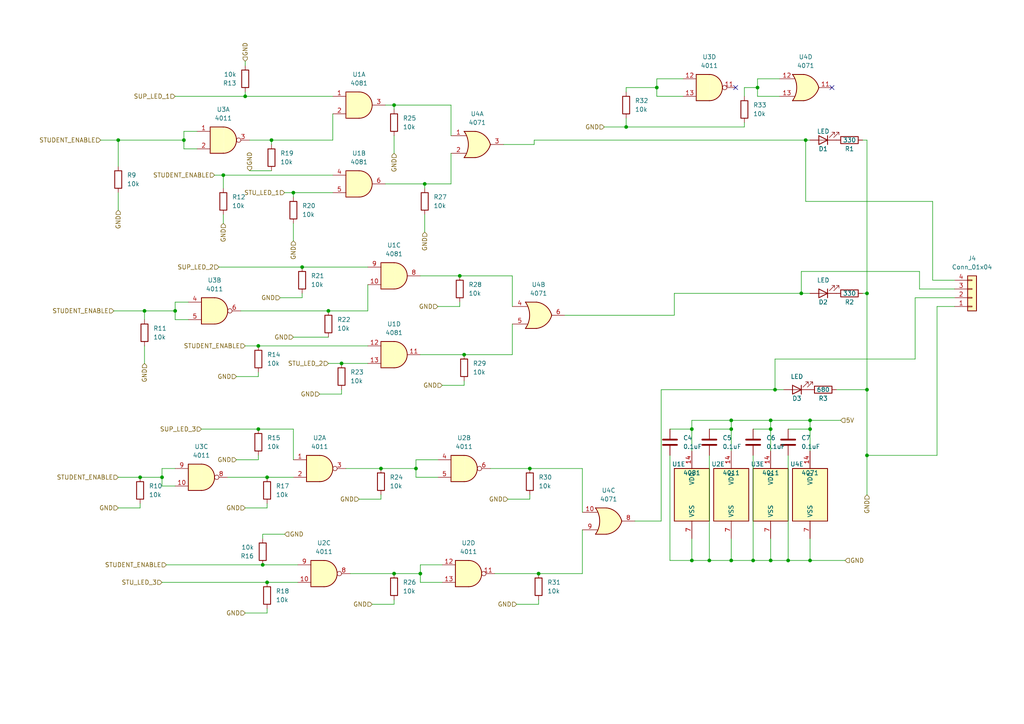
<source format=kicad_sch>
(kicad_sch (version 20211123) (generator eeschema)
  (paper "A4")
  (junction (at 205.74 162.56))
  (junction (at 87.63 77.47))
  (junction (at 234.95 121.92))
  (junction (at 200.66 124.46))
  (junction (at 74.93 124.46))
  (junction (at 76.2 163.83))
  (junction (at 153.67 135.89))
  (junction (at 64.77 50.8))
  (junction (at 181.61 36.83))
  (junction (at 212.09 124.46))
  (junction (at 212.09 162.56))
  (junction (at 133.35 80.01))
  (junction (at 123.19 53.34))
  (junction (at 223.52 162.56))
  (junction (at 40.64 138.43))
  (junction (at 78.74 40.64))
  (junction (at 190.5 25.4))
  (junction (at 71.12 27.94))
  (junction (at 251.46 85.09))
  (junction (at 77.47 138.43))
  (junction (at 234.95 162.56))
  (junction (at 120.65 135.89))
  (junction (at 99.06 105.41))
  (junction (at 219.71 25.4))
  (junction (at 223.52 124.46))
  (junction (at 53.34 40.64))
  (junction (at 200.66 162.56))
  (junction (at 251.46 113.03))
  (junction (at 224.79 113.03))
  (junction (at 46.99 138.43))
  (junction (at 233.68 40.64))
  (junction (at 234.95 124.46))
  (junction (at 41.91 90.17))
  (junction (at 85.09 55.88))
  (junction (at 156.21 166.37))
  (junction (at 223.52 121.92))
  (junction (at 114.3 30.48))
  (junction (at 212.09 121.92))
  (junction (at 34.29 40.64))
  (junction (at 50.8 90.17))
  (junction (at 232.41 85.09))
  (junction (at 95.25 90.17))
  (junction (at 114.3 166.37))
  (junction (at 218.44 162.56))
  (junction (at 77.47 168.91))
  (junction (at 121.92 166.37))
  (junction (at 134.62 102.87))
  (junction (at 251.46 132.08))
  (junction (at 74.93 100.33))
  (junction (at 228.6 162.56))
  (junction (at 110.49 135.89))
  (no_connect (at 241.3 25.4))
  (no_connect (at 213.36 25.4))
  (wire (pts (xy 50.8 27.94) (xy 71.12 27.94)))
  (wire (pts (xy 76.2 156.21) (xy 76.2 154.94)))
  (wire (pts (xy 181.61 36.83) (xy 215.9 36.83)))
  (wire (pts (xy 99.06 105.41) (xy 106.68 105.41)))
  (wire (pts (xy 62.23 50.8) (xy 64.77 50.8)))
  (wire (pts (xy 81.28 86.36) (xy 87.63 86.36)))
  (wire (pts (xy 215.9 27.94) (xy 215.9 25.4)))
  (wire (pts (xy 34.29 40.64) (xy 53.34 40.64)))
  (wire (pts (xy 200.66 162.56) (xy 200.66 156.21)))
  (wire (pts (xy 95.25 90.17) (xy 106.68 90.17)))
  (wire (pts (xy 123.19 53.34) (xy 123.19 54.61)))
  (wire (pts (xy 218.44 162.56) (xy 223.52 162.56)))
  (wire (pts (xy 219.71 25.4) (xy 219.71 27.94)))
  (wire (pts (xy 134.62 110.49) (xy 134.62 111.76)))
  (wire (pts (xy 128.27 111.76) (xy 134.62 111.76)))
  (wire (pts (xy 34.29 40.64) (xy 34.29 48.26)))
  (wire (pts (xy 223.52 124.46) (xy 223.52 130.81)))
  (wire (pts (xy 114.3 166.37) (xy 121.92 166.37)))
  (wire (pts (xy 215.9 25.4) (xy 219.71 25.4)))
  (wire (pts (xy 85.09 55.88) (xy 85.09 57.15)))
  (wire (pts (xy 95.25 105.41) (xy 99.06 105.41)))
  (wire (pts (xy 181.61 26.67) (xy 181.61 25.4)))
  (wire (pts (xy 123.19 67.31) (xy 123.19 62.23)))
  (wire (pts (xy 130.81 53.34) (xy 130.81 44.45)))
  (wire (pts (xy 251.46 40.64) (xy 251.46 85.09)))
  (wire (pts (xy 85.09 69.85) (xy 85.09 64.77)))
  (wire (pts (xy 265.43 86.36) (xy 265.43 104.14)))
  (wire (pts (xy 234.95 121.92) (xy 234.95 124.46)))
  (wire (pts (xy 148.59 80.01) (xy 148.59 88.9)))
  (wire (pts (xy 85.09 55.88) (xy 96.52 55.88)))
  (wire (pts (xy 53.34 38.1) (xy 53.34 40.64)))
  (wire (pts (xy 251.46 85.09) (xy 251.46 113.03)))
  (wire (pts (xy 194.31 132.08) (xy 194.31 162.56)))
  (wire (pts (xy 190.5 27.94) (xy 198.12 27.94)))
  (wire (pts (xy 234.95 121.92) (xy 243.84 121.92)))
  (wire (pts (xy 110.49 135.89) (xy 120.65 135.89)))
  (wire (pts (xy 64.77 64.77) (xy 64.77 62.23)))
  (wire (pts (xy 121.92 163.83) (xy 121.92 166.37)))
  (wire (pts (xy 111.76 53.34) (xy 123.19 53.34)))
  (wire (pts (xy 218.44 132.08) (xy 218.44 162.56)))
  (wire (pts (xy 85.09 97.79) (xy 95.25 97.79)))
  (wire (pts (xy 76.2 163.83) (xy 86.36 163.83)))
  (wire (pts (xy 71.12 147.32) (xy 77.47 147.32)))
  (wire (pts (xy 130.81 30.48) (xy 130.81 39.37)))
  (wire (pts (xy 181.61 34.29) (xy 181.61 36.83)))
  (wire (pts (xy 228.6 162.56) (xy 234.95 162.56)))
  (wire (pts (xy 34.29 60.96) (xy 34.29 55.88)))
  (wire (pts (xy 233.68 58.42) (xy 233.68 40.64)))
  (wire (pts (xy 85.09 124.46) (xy 85.09 133.35)))
  (wire (pts (xy 276.86 83.82) (xy 266.7 83.82)))
  (wire (pts (xy 191.77 113.03) (xy 224.79 113.03)))
  (wire (pts (xy 266.7 83.82) (xy 266.7 78.74)))
  (wire (pts (xy 110.49 143.51) (xy 110.49 144.78)))
  (wire (pts (xy 128.27 163.83) (xy 121.92 163.83)))
  (wire (pts (xy 200.66 121.92) (xy 212.09 121.92)))
  (wire (pts (xy 234.95 156.21) (xy 234.95 162.56)))
  (wire (pts (xy 48.26 163.83) (xy 76.2 163.83)))
  (wire (pts (xy 106.68 90.17) (xy 106.68 82.55)))
  (wire (pts (xy 147.32 144.78) (xy 153.67 144.78)))
  (wire (pts (xy 143.51 166.37) (xy 156.21 166.37)))
  (wire (pts (xy 265.43 104.14) (xy 224.79 104.14)))
  (wire (pts (xy 223.52 162.56) (xy 228.6 162.56)))
  (wire (pts (xy 251.46 132.08) (xy 271.78 132.08)))
  (wire (pts (xy 232.41 78.74) (xy 232.41 85.09)))
  (wire (pts (xy 190.5 25.4) (xy 190.5 27.94)))
  (wire (pts (xy 107.95 175.26) (xy 114.3 175.26)))
  (wire (pts (xy 195.58 85.09) (xy 195.58 91.44)))
  (wire (pts (xy 50.8 87.63) (xy 50.8 90.17)))
  (wire (pts (xy 242.57 113.03) (xy 251.46 113.03)))
  (wire (pts (xy 66.04 138.43) (xy 77.47 138.43)))
  (wire (pts (xy 114.3 44.45) (xy 114.3 39.37)))
  (wire (pts (xy 74.93 132.08) (xy 74.93 133.35)))
  (wire (pts (xy 154.94 40.64) (xy 233.68 40.64)))
  (wire (pts (xy 195.58 91.44) (xy 163.83 91.44)))
  (wire (pts (xy 74.93 124.46) (xy 85.09 124.46)))
  (wire (pts (xy 114.3 30.48) (xy 114.3 31.75)))
  (wire (pts (xy 194.31 162.56) (xy 200.66 162.56)))
  (wire (pts (xy 224.79 104.14) (xy 224.79 113.03)))
  (wire (pts (xy 121.92 168.91) (xy 128.27 168.91)))
  (wire (pts (xy 149.86 175.26) (xy 156.21 175.26)))
  (wire (pts (xy 40.64 138.43) (xy 46.99 138.43)))
  (wire (pts (xy 142.24 135.89) (xy 153.67 135.89)))
  (wire (pts (xy 223.52 156.21) (xy 223.52 162.56)))
  (wire (pts (xy 99.06 113.03) (xy 99.06 114.3)))
  (wire (pts (xy 168.91 135.89) (xy 168.91 148.59)))
  (wire (pts (xy 96.52 40.64) (xy 96.52 33.02)))
  (wire (pts (xy 148.59 102.87) (xy 148.59 93.98)))
  (wire (pts (xy 78.74 40.64) (xy 78.74 41.91)))
  (wire (pts (xy 104.14 144.78) (xy 110.49 144.78)))
  (wire (pts (xy 68.58 133.35) (xy 74.93 133.35)))
  (wire (pts (xy 212.09 121.92) (xy 212.09 124.46)))
  (wire (pts (xy 87.63 77.47) (xy 106.68 77.47)))
  (wire (pts (xy 127 88.9) (xy 133.35 88.9)))
  (wire (pts (xy 234.95 124.46) (xy 234.95 130.81)))
  (wire (pts (xy 219.71 27.94) (xy 226.06 27.94)))
  (wire (pts (xy 223.52 121.92) (xy 234.95 121.92)))
  (wire (pts (xy 34.29 147.32) (xy 40.64 147.32)))
  (wire (pts (xy 121.92 80.01) (xy 133.35 80.01)))
  (wire (pts (xy 54.61 87.63) (xy 50.8 87.63)))
  (wire (pts (xy 198.12 22.86) (xy 190.5 22.86)))
  (wire (pts (xy 218.44 124.46) (xy 223.52 124.46)))
  (wire (pts (xy 29.21 40.64) (xy 34.29 40.64)))
  (wire (pts (xy 64.77 50.8) (xy 64.77 54.61)))
  (wire (pts (xy 87.63 85.09) (xy 87.63 86.36)))
  (wire (pts (xy 114.3 30.48) (xy 130.81 30.48)))
  (wire (pts (xy 276.86 86.36) (xy 265.43 86.36)))
  (wire (pts (xy 57.15 38.1) (xy 53.34 38.1)))
  (wire (pts (xy 251.46 132.08) (xy 251.46 143.51)))
  (wire (pts (xy 77.47 138.43) (xy 85.09 138.43)))
  (wire (pts (xy 276.86 81.28) (xy 270.51 81.28)))
  (wire (pts (xy 134.62 102.87) (xy 148.59 102.87)))
  (wire (pts (xy 77.47 146.05) (xy 77.47 147.32)))
  (wire (pts (xy 232.41 85.09) (xy 234.95 85.09)))
  (wire (pts (xy 58.42 124.46) (xy 74.93 124.46)))
  (wire (pts (xy 154.94 41.91) (xy 146.05 41.91)))
  (wire (pts (xy 266.7 78.74) (xy 232.41 78.74)))
  (wire (pts (xy 78.74 40.64) (xy 96.52 40.64)))
  (wire (pts (xy 228.6 132.08) (xy 228.6 162.56)))
  (wire (pts (xy 120.65 138.43) (xy 127 138.43)))
  (wire (pts (xy 224.79 113.03) (xy 227.33 113.03)))
  (wire (pts (xy 82.55 154.94) (xy 76.2 154.94)))
  (wire (pts (xy 168.91 153.67) (xy 168.91 166.37)))
  (wire (pts (xy 71.12 177.8) (xy 77.47 177.8)))
  (wire (pts (xy 190.5 22.86) (xy 190.5 25.4)))
  (wire (pts (xy 34.29 138.43) (xy 40.64 138.43)))
  (wire (pts (xy 50.8 92.71) (xy 54.61 92.71)))
  (wire (pts (xy 184.15 151.13) (xy 191.77 151.13)))
  (wire (pts (xy 72.39 40.64) (xy 78.74 40.64)))
  (wire (pts (xy 133.35 80.01) (xy 148.59 80.01)))
  (wire (pts (xy 212.09 156.21) (xy 212.09 162.56)))
  (wire (pts (xy 71.12 100.33) (xy 74.93 100.33)))
  (wire (pts (xy 205.74 132.08) (xy 205.74 162.56)))
  (wire (pts (xy 133.35 87.63) (xy 133.35 88.9)))
  (wire (pts (xy 234.95 162.56) (xy 245.11 162.56)))
  (wire (pts (xy 74.93 100.33) (xy 106.68 100.33)))
  (wire (pts (xy 200.66 121.92) (xy 200.66 124.46)))
  (wire (pts (xy 251.46 113.03) (xy 251.46 132.08)))
  (wire (pts (xy 40.64 146.05) (xy 40.64 147.32)))
  (wire (pts (xy 71.12 27.94) (xy 96.52 27.94)))
  (wire (pts (xy 64.77 50.8) (xy 96.52 50.8)))
  (wire (pts (xy 53.34 40.64) (xy 53.34 43.18)))
  (wire (pts (xy 120.65 135.89) (xy 120.65 138.43)))
  (wire (pts (xy 270.51 81.28) (xy 270.51 58.42)))
  (wire (pts (xy 46.99 168.91) (xy 77.47 168.91)))
  (wire (pts (xy 41.91 105.41) (xy 41.91 100.33)))
  (wire (pts (xy 156.21 173.99) (xy 156.21 175.26)))
  (wire (pts (xy 226.06 22.86) (xy 219.71 22.86)))
  (wire (pts (xy 215.9 36.83) (xy 215.9 35.56)))
  (wire (pts (xy 77.47 168.91) (xy 86.36 168.91)))
  (wire (pts (xy 200.66 124.46) (xy 200.66 130.81)))
  (wire (pts (xy 92.71 114.3) (xy 99.06 114.3)))
  (wire (pts (xy 271.78 88.9) (xy 271.78 132.08)))
  (wire (pts (xy 50.8 135.89) (xy 46.99 135.89)))
  (wire (pts (xy 233.68 40.64) (xy 234.95 40.64)))
  (wire (pts (xy 251.46 85.09) (xy 250.19 85.09)))
  (wire (pts (xy 212.09 124.46) (xy 212.09 130.81)))
  (wire (pts (xy 72.39 49.53) (xy 78.74 49.53)))
  (wire (pts (xy 181.61 25.4) (xy 190.5 25.4)))
  (wire (pts (xy 71.12 17.78) (xy 71.12 19.05)))
  (wire (pts (xy 121.92 166.37) (xy 121.92 168.91)))
  (wire (pts (xy 100.33 135.89) (xy 110.49 135.89)))
  (wire (pts (xy 111.76 30.48) (xy 114.3 30.48)))
  (wire (pts (xy 68.58 109.22) (xy 74.93 109.22)))
  (wire (pts (xy 46.99 140.97) (xy 50.8 140.97)))
  (wire (pts (xy 82.55 55.88) (xy 85.09 55.88)))
  (wire (pts (xy 33.02 90.17) (xy 41.91 90.17)))
  (wire (pts (xy 212.09 121.92) (xy 223.52 121.92)))
  (wire (pts (xy 121.92 102.87) (xy 134.62 102.87)))
  (wire (pts (xy 71.12 26.67) (xy 71.12 27.94)))
  (wire (pts (xy 46.99 135.89) (xy 46.99 138.43)))
  (wire (pts (xy 200.66 162.56) (xy 205.74 162.56)))
  (wire (pts (xy 127 133.35) (xy 120.65 133.35)))
  (wire (pts (xy 114.3 173.99) (xy 114.3 175.26)))
  (wire (pts (xy 205.74 162.56) (xy 212.09 162.56)))
  (wire (pts (xy 223.52 121.92) (xy 223.52 124.46)))
  (wire (pts (xy 101.6 166.37) (xy 114.3 166.37)))
  (wire (pts (xy 175.26 36.83) (xy 181.61 36.83)))
  (wire (pts (xy 123.19 53.34) (xy 130.81 53.34)))
  (wire (pts (xy 270.51 58.42) (xy 233.68 58.42)))
  (wire (pts (xy 50.8 90.17) (xy 50.8 92.71)))
  (wire (pts (xy 41.91 90.17) (xy 41.91 92.71)))
  (wire (pts (xy 219.71 22.86) (xy 219.71 25.4)))
  (wire (pts (xy 228.6 124.46) (xy 234.95 124.46)))
  (wire (pts (xy 194.31 124.46) (xy 200.66 124.46)))
  (wire (pts (xy 77.47 176.53) (xy 77.47 177.8)))
  (wire (pts (xy 46.99 138.43) (xy 46.99 140.97)))
  (wire (pts (xy 212.09 162.56) (xy 218.44 162.56)))
  (wire (pts (xy 63.5 77.47) (xy 87.63 77.47)))
  (wire (pts (xy 205.74 124.46) (xy 212.09 124.46)))
  (wire (pts (xy 251.46 40.64) (xy 250.19 40.64)))
  (wire (pts (xy 74.93 107.95) (xy 74.93 109.22)))
  (wire (pts (xy 153.67 143.51) (xy 153.67 144.78)))
  (wire (pts (xy 53.34 43.18) (xy 57.15 43.18)))
  (wire (pts (xy 191.77 113.03) (xy 191.77 151.13)))
  (wire (pts (xy 69.85 90.17) (xy 95.25 90.17)))
  (wire (pts (xy 41.91 90.17) (xy 50.8 90.17)))
  (wire (pts (xy 153.67 135.89) (xy 168.91 135.89)))
  (wire (pts (xy 276.86 88.9) (xy 271.78 88.9)))
  (wire (pts (xy 120.65 133.35) (xy 120.65 135.89)))
  (wire (pts (xy 195.58 85.09) (xy 232.41 85.09)))
  (wire (pts (xy 156.21 166.37) (xy 168.91 166.37)))
  (wire (pts (xy 154.94 40.64) (xy 154.94 41.91)))
  (hierarchical_label "GND" (shape input) (at 149.86 175.26 180))
  (hierarchical_label "GND" (shape input) (at 251.46 143.51 270))
  (hierarchical_label "GND" (shape input) (at 123.19 67.31 270))
  (hierarchical_label "STUDENT_ENABLE" (shape input) (at 34.29 138.43 180))
  (hierarchical_label "5V" (shape input) (at 243.84 121.92 0))
  (hierarchical_label "GND" (shape input) (at 34.29 60.96 270))
  (hierarchical_label "GND" (shape input) (at 41.91 105.41 270))
  (hierarchical_label "GND" (shape input) (at 85.09 69.85 270))
  (hierarchical_label "GND" (shape input) (at 128.27 111.76 180))
  (hierarchical_label "GND" (shape input) (at 64.77 64.77 270))
  (hierarchical_label "GND" (shape input) (at 107.95 175.26 180))
  (hierarchical_label "STUDENT_ENABLE" (shape input) (at 48.26 163.83 180))
  (hierarchical_label "GND" (shape input) (at 114.3 44.45 270))
  (hierarchical_label "GND" (shape input) (at 71.12 17.78 90))
  (hierarchical_label "STU_LED_3" (shape input) (at 46.99 168.91 180))
  (hierarchical_label "STUDENT_ENABLE" (shape input) (at 62.23 50.8 180))
  (hierarchical_label "GND" (shape input) (at 92.71 114.3 180))
  (hierarchical_label "GND" (shape input) (at 71.12 147.32 180))
  (hierarchical_label "SUP_LED_1" (shape input) (at 50.8 27.94 180))
  (hierarchical_label "STUDENT_ENABLE" (shape input) (at 29.21 40.64 180))
  (hierarchical_label "GND" (shape input) (at 81.28 86.36 180))
  (hierarchical_label "SUP_LED_2" (shape input) (at 63.5 77.47 180))
  (hierarchical_label "GND" (shape input) (at 71.12 177.8 180))
  (hierarchical_label "GND" (shape input) (at 245.11 162.56 0))
  (hierarchical_label "GND" (shape input) (at 68.58 133.35 180))
  (hierarchical_label "STU_LED_1" (shape input) (at 82.55 55.88 180))
  (hierarchical_label "GND" (shape input) (at 34.29 147.32 180))
  (hierarchical_label "STU_LED_2" (shape input) (at 95.25 105.41 180))
  (hierarchical_label "GND" (shape input) (at 127 88.9 180))
  (hierarchical_label "GND" (shape input) (at 175.26 36.83 180))
  (hierarchical_label "GND" (shape input) (at 104.14 144.78 180))
  (hierarchical_label "GND" (shape input) (at 85.09 97.79 180))
  (hierarchical_label "GND" (shape input) (at 147.32 144.78 180))
  (hierarchical_label "GND" (shape input) (at 72.39 49.53 90))
  (hierarchical_label "GND" (shape input) (at 82.55 154.94 0))
  (hierarchical_label "SUP_LED_3" (shape input) (at 58.42 124.46 180))
  (hierarchical_label "GND" (shape input) (at 68.58 109.22 180))
  (hierarchical_label "STUDENT_ENABLE" (shape input) (at 33.02 90.17 180))
  (hierarchical_label "STUDENT_ENABLE" (shape input) (at 71.12 100.33 180))
  (symbol (lib_id "4xxx:4071") (at 233.68 25.4 0) (unit 4)
    (property "Reference" "U4" (at 233.68 16.51 0))
    (property "Value" "4071" (at 233.68 19.05 0))
    (property "Footprint" "Package_SO:SOIC127P600X175-14N" (effects hide))
    (property "Datasheet" "http://www.intersil.com/content/dam/Intersil/documents/cd40/cd4071bms-72bms-75bms.pdf" (effects hide))
  )
  (symbol (lib_id "Connector_Generic:Conn_01x04") (at 281.94 86.36 0) (mirror x) (unit 1)
    (property "Reference" "J4" (at 281.94 74.93 0))
    (property "Value" "Conn_01x04" (at 281.94 77.47 0))
    (property "Footprint" "Connector_PinHeader_2.54mm:PinHeader_1x04_P2.54mm_Vertical" (effects hide))
  )
  (symbol (lib_id "4xxx:4011") (at 212.09 143.51 0) (unit 5)
    (property "Reference" "U2" (at 208.28 134.62 0))
    (property "Value" "4011" (at 212.09 137.16 0))
    (property "Footprint" "Package_SO:SOIC127P600X175-14N" (effects hide))
    (property "Datasheet" "http://www.intersil.com/content/dam/Intersil/documents/cd40/cd4011bms-12bms-23bms.pdf" (effects hide))
  )
  (symbol (lib_id "4xxx:4011") (at 234.95 143.51 0) (unit 5)
    (property "Reference" "U4" (at 231.14 134.62 0))
    (property "Value" "4071" (at 234.95 137.16 0))
    (property "Footprint" "Package_SO:SOIC127P600X175-14N" (effects hide))
    (property "Datasheet" "http://www.intersil.com/content/dam/Intersil/documents/cd40/cd4011bms-12bms-23bms.pdf" (effects hide))
  )
  (symbol (lib_id "Device:R") (at 134.62 106.68 0) (unit 1)
    (property "Reference" "R29" (at 137.16 105.4099 0) (effects (justify left)))
    (property "Value" "10k" (at 137.16 107.9499 0) (effects (justify left)))
    (property "Footprint" "Resistor_SMD:R_0805_2012Metric_Pad1.20x1.40mm_HandSolder" (effects hide))
  )
  (symbol (lib_id "4xxx:4081") (at 104.14 30.48 0) (unit 1)
    (property "Reference" "U1" (at 104.14 21.59 0))
    (property "Value" "4081" (at 104.14 24.13 0))
    (property "Footprint" "Package_SO:SOIC127P600X175-14N" (effects hide))
    (property "Datasheet" "http://www.intersil.com/content/dam/Intersil/documents/cd40/cd4073bms-81bms-82bms.pdf" (effects hide))
  )
  (symbol (lib_name "4011_3") (lib_id "4xxx:4011") (at 134.62 135.89 0) (unit 2)
    (property "Reference" "U2" (at 134.62 127 0))
    (property "Value" "4011" (at 134.62 129.54 0))
    (property "Footprint" "Package_SO:SOIC127P600X175-14N" (effects hide))
    (property "Datasheet" "http://www.intersil.com/content/dam/Intersil/documents/cd40/cd4011bms-12bms-23bms.pdf" (effects hide))
  )
  (symbol (lib_id "Device:R") (at 156.21 170.18 0) (unit 1)
    (property "Reference" "R31" (at 158.75 168.9099 0) (effects (justify left)))
    (property "Value" "10k" (at 158.75 171.4499 0) (effects (justify left)))
    (property "Footprint" "Resistor_SMD:R_0805_2012Metric_Pad1.20x1.40mm_HandSolder" (effects hide))
  )
  (symbol (lib_name "4071_1") (lib_id "4xxx:4071") (at 156.21 91.44 0) (unit 2)
    (property "Reference" "U4" (at 156.21 82.55 0))
    (property "Value" "4071" (at 156.21 85.09 0))
    (property "Footprint" "Package_SO:SOIC127P600X175-14N" (effects hide))
    (property "Datasheet" "http://www.intersil.com/content/dam/Intersil/documents/cd40/cd4071bms-72bms-75bms.pdf" (effects hide))
  )
  (symbol (lib_name "4011_1") (lib_id "4xxx:4011") (at 58.42 138.43 0) (unit 3)
    (property "Reference" "U3" (at 58.42 129.54 0))
    (property "Value" "4011" (at 58.42 132.08 0))
    (property "Footprint" "Package_SO:SOIC127P600X175-14N" (effects hide))
    (property "Datasheet" "http://www.intersil.com/content/dam/Intersil/documents/cd40/cd4011bms-12bms-23bms.pdf" (effects hide))
  )
  (symbol (lib_id "Device:R") (at 238.76 113.03 270) (unit 1)
    (property "Reference" "R3" (at 238.76 115.57 90))
    (property "Value" "680" (at 238.76 113.03 90))
    (property "Footprint" "Resistor_SMD:R_0805_2012Metric_Pad1.20x1.40mm_HandSolder" (effects hide))
  )
  (symbol (lib_id "Device:R") (at 74.93 128.27 0) (unit 1)
    (property "Reference" "R15" (at 77.47 126.9999 0) (effects (justify left)))
    (property "Value" "10k" (at 77.47 129.5399 0) (effects (justify left)))
    (property "Footprint" "Resistor_SMD:R_0805_2012Metric_Pad1.20x1.40mm_HandSolder" (effects hide))
  )
  (symbol (lib_id "Device:R") (at 40.64 142.24 0) (unit 1)
    (property "Reference" "R10" (at 43.18 140.9699 0) (effects (justify left)))
    (property "Value" "10k" (at 43.18 143.5099 0) (effects (justify left)))
    (property "Footprint" "Resistor_SMD:R_0805_2012Metric_Pad1.20x1.40mm_HandSolder" (effects hide))
  )
  (symbol (lib_id "Device:R") (at 76.2 160.02 180) (unit 1)
    (property "Reference" "R16" (at 73.66 161.2901 0) (effects (justify left)))
    (property "Value" "10k" (at 73.66 158.7501 0) (effects (justify left)))
    (property "Footprint" "Resistor_SMD:R_0805_2012Metric_Pad1.20x1.40mm_HandSolder" (effects hide))
  )
  (symbol (lib_name "4081_2") (lib_id "4xxx:4081") (at 104.14 53.34 0) (unit 2)
    (property "Reference" "U1" (at 104.14 44.45 0))
    (property "Value" "4081" (at 104.14 46.99 0))
    (property "Footprint" "Package_SO:SOIC127P600X175-14N" (effects hide))
    (property "Datasheet" "http://www.intersil.com/content/dam/Intersil/documents/cd40/cd4073bms-81bms-82bms.pdf" (effects hide))
  )
  (symbol (lib_id "Device:R") (at 114.3 35.56 0) (unit 1)
    (property "Reference" "R25" (at 116.84 34.2899 0) (effects (justify left)))
    (property "Value" "10k" (at 116.84 36.8299 0) (effects (justify left)))
    (property "Footprint" "Resistor_SMD:R_0805_2012Metric_Pad1.20x1.40mm_HandSolder" (effects hide))
  )
  (symbol (lib_id "Device:R") (at 95.25 93.98 0) (unit 1)
    (property "Reference" "R22" (at 97.79 92.7099 0) (effects (justify left)))
    (property "Value" "10k" (at 97.79 95.2499 0) (effects (justify left)))
    (property "Footprint" "Resistor_SMD:R_0805_2012Metric_Pad1.20x1.40mm_HandSolder" (effects hide))
  )
  (symbol (lib_id "Device:R") (at 87.63 81.28 0) (unit 1)
    (property "Reference" "R21" (at 90.17 80.0099 0) (effects (justify left)))
    (property "Value" "10k" (at 90.17 82.5499 0) (effects (justify left)))
    (property "Footprint" "Resistor_SMD:R_0805_2012Metric_Pad1.20x1.40mm_HandSolder" (effects hide))
  )
  (symbol (lib_id "Device:LED") (at 231.14 113.03 180) (unit 1)
    (property "Reference" "D3" (at 231.14 115.57 0))
    (property "Value" "LED" (at 231.14 109.22 0))
    (property "Footprint" "LED_SMD:LED_0805_2012Metric_Pad1.15x1.40mm_HandSolder" (effects hide))
  )
  (symbol (lib_id "Device:R") (at 153.67 139.7 0) (unit 1)
    (property "Reference" "R30" (at 156.21 138.4299 0) (effects (justify left)))
    (property "Value" "10k" (at 156.21 140.9699 0) (effects (justify left)))
    (property "Footprint" "Resistor_SMD:R_0805_2012Metric_Pad1.20x1.40mm_HandSolder" (effects hide))
  )
  (symbol (lib_id "4xxx:4071") (at 138.43 41.91 0) (unit 1)
    (property "Reference" "U4" (at 138.43 33.02 0))
    (property "Value" "4071" (at 138.43 35.56 0))
    (property "Footprint" "Package_SO:SOIC127P600X175-14N" (effects hide))
    (property "Datasheet" "http://www.intersil.com/content/dam/Intersil/documents/cd40/cd4071bms-72bms-75bms.pdf" (effects hide))
  )
  (symbol (lib_id "Device:C") (at 228.6 128.27 0) (unit 1)
    (property "Reference" "C7" (at 232.41 126.9999 0) (effects (justify left)))
    (property "Value" "0.1uF" (at 232.41 129.5399 0) (effects (justify left)))
    (property "Footprint" "Capacitor_SMD:C_0805_2012Metric_Pad1.18x1.45mm_HandSolder" (effects hide))
  )
  (symbol (lib_id "Device:C") (at 194.31 128.27 0) (unit 1)
    (property "Reference" "C4" (at 198.12 126.9999 0) (effects (justify left)))
    (property "Value" "0.1uF" (at 198.12 129.5399 0) (effects (justify left)))
    (property "Footprint" "Capacitor_SMD:C_0805_2012Metric_Pad1.18x1.45mm_HandSolder" (effects hide))
  )
  (symbol (lib_id "Device:C") (at 205.74 128.27 0) (unit 1)
    (property "Reference" "C5" (at 209.55 126.9999 0) (effects (justify left)))
    (property "Value" "0.1uF" (at 209.55 129.5399 0) (effects (justify left)))
    (property "Footprint" "Capacitor_SMD:C_0805_2012Metric_Pad1.18x1.45mm_HandSolder" (effects hide))
  )
  (symbol (lib_id "Device:R") (at 77.47 142.24 0) (unit 1)
    (property "Reference" "R17" (at 80.01 140.9699 0) (effects (justify left)))
    (property "Value" "10k" (at 80.01 143.5099 0) (effects (justify left)))
    (property "Footprint" "Resistor_SMD:R_0805_2012Metric_Pad1.20x1.40mm_HandSolder" (effects hide))
  )
  (symbol (lib_id "Device:R") (at 110.49 139.7 0) (unit 1)
    (property "Reference" "R24" (at 113.03 138.4299 0) (effects (justify left)))
    (property "Value" "10k" (at 113.03 140.9699 0) (effects (justify left)))
    (property "Footprint" "Resistor_SMD:R_0805_2012Metric_Pad1.20x1.40mm_HandSolder" (effects hide))
  )
  (symbol (lib_id "4xxx:4081") (at 114.3 102.87 0) (unit 4)
    (property "Reference" "U1" (at 114.3 93.98 0))
    (property "Value" "4081" (at 114.3 96.52 0))
    (property "Footprint" "Package_SO:SOIC127P600X175-14N" (effects hide))
    (property "Datasheet" "http://www.intersil.com/content/dam/Intersil/documents/cd40/cd4073bms-81bms-82bms.pdf" (effects hide))
  )
  (symbol (lib_id "Device:R") (at 71.12 22.86 180) (unit 1)
    (property "Reference" "R13" (at 68.58 24.1301 0) (effects (justify left)))
    (property "Value" "10k" (at 68.58 21.5901 0) (effects (justify left)))
    (property "Footprint" "Resistor_SMD:R_0805_2012Metric_Pad1.20x1.40mm_HandSolder" (effects hide))
  )
  (symbol (lib_id "Device:C") (at 218.44 128.27 0) (unit 1)
    (property "Reference" "C6" (at 222.25 126.9999 0) (effects (justify left)))
    (property "Value" "0.1uF" (at 222.25 129.5399 0) (effects (justify left)))
    (property "Footprint" "Capacitor_SMD:C_0805_2012Metric_Pad1.18x1.45mm_HandSolder" (effects hide))
  )
  (symbol (lib_id "Device:LED") (at 238.76 40.64 180) (unit 1)
    (property "Reference" "D1" (at 238.76 43.18 0))
    (property "Value" "LED" (at 238.76 38.1 0))
    (property "Footprint" "LED_SMD:LED_0805_2012Metric_Pad1.15x1.40mm_HandSolder" (effects hide))
  )
  (symbol (lib_id "Device:R") (at 99.06 109.22 0) (unit 1)
    (property "Reference" "R23" (at 101.6 107.9499 0) (effects (justify left)))
    (property "Value" "10k" (at 101.6 110.4899 0) (effects (justify left)))
    (property "Footprint" "Resistor_SMD:R_0805_2012Metric_Pad1.20x1.40mm_HandSolder" (effects hide))
  )
  (symbol (lib_id "Device:R") (at 215.9 31.75 0) (unit 1)
    (property "Reference" "R33" (at 218.44 30.4799 0) (effects (justify left)))
    (property "Value" "10k" (at 218.44 33.0199 0) (effects (justify left)))
    (property "Footprint" "Resistor_SMD:R_0805_2012Metric_Pad1.20x1.40mm_HandSolder" (effects hide))
  )
  (symbol (lib_id "Device:R") (at 133.35 83.82 0) (unit 1)
    (property "Reference" "R28" (at 135.89 82.5499 0) (effects (justify left)))
    (property "Value" "10k" (at 135.89 85.0899 0) (effects (justify left)))
    (property "Footprint" "Resistor_SMD:R_0805_2012Metric_Pad1.20x1.40mm_HandSolder" (effects hide))
  )
  (symbol (lib_id "Device:R") (at 181.61 30.48 0) (unit 1)
    (property "Reference" "R32" (at 184.15 29.2099 0) (effects (justify left)))
    (property "Value" "10k" (at 184.15 31.7499 0) (effects (justify left)))
    (property "Footprint" "Resistor_SMD:R_0805_2012Metric_Pad1.20x1.40mm_HandSolder" (effects hide))
  )
  (symbol (lib_id "Device:LED") (at 238.76 85.09 180) (unit 1)
    (property "Reference" "D2" (at 238.76 87.63 0))
    (property "Value" "LED" (at 238.76 81.28 0))
    (property "Footprint" "LED_SMD:LED_0805_2012Metric_Pad1.15x1.40mm_HandSolder" (effects hide))
  )
  (symbol (lib_id "Device:R") (at 74.93 104.14 0) (unit 1)
    (property "Reference" "R14" (at 77.47 102.8699 0) (effects (justify left)))
    (property "Value" "10k" (at 77.47 105.4099 0) (effects (justify left)))
    (property "Footprint" "Resistor_SMD:R_0805_2012Metric_Pad1.20x1.40mm_HandSolder" (effects hide))
  )
  (symbol (lib_id "4xxx:4011") (at 223.52 143.51 0) (unit 5)
    (property "Reference" "U3" (at 219.71 134.62 0))
    (property "Value" "4011" (at 223.52 137.16 0))
    (property "Footprint" "Package_SO:SOIC127P600X175-14N" (effects hide))
    (property "Datasheet" "http://www.intersil.com/content/dam/Intersil/documents/cd40/cd4011bms-12bms-23bms.pdf" (effects hide))
  )
  (symbol (lib_name "4081_1") (lib_id "4xxx:4081") (at 114.3 80.01 0) (unit 3)
    (property "Reference" "U1" (at 114.3 71.12 0))
    (property "Value" "4081" (at 114.3 73.66 0))
    (property "Footprint" "Package_SO:SOIC127P600X175-14N" (effects hide))
    (property "Datasheet" "http://www.intersil.com/content/dam/Intersil/documents/cd40/cd4073bms-81bms-82bms.pdf" (effects hide))
  )
  (symbol (lib_name "4011_2") (lib_id "4xxx:4011") (at 62.23 90.17 0) (unit 2)
    (property "Reference" "U3" (at 62.23 81.28 0))
    (property "Value" "4011" (at 62.23 83.82 0))
    (property "Footprint" "Package_SO:SOIC127P600X175-14N" (effects hide))
    (property "Datasheet" "http://www.intersil.com/content/dam/Intersil/documents/cd40/cd4011bms-12bms-23bms.pdf" (effects hide))
  )
  (symbol (lib_name "4071_2") (lib_id "4xxx:4071") (at 176.53 151.13 0) (unit 3)
    (property "Reference" "U4" (at 176.53 142.24 0))
    (property "Value" "4071" (at 176.53 144.78 0))
    (property "Footprint" "Package_SO:SOIC127P600X175-14N" (effects hide))
    (property "Datasheet" "http://www.intersil.com/content/dam/Intersil/documents/cd40/cd4071bms-72bms-75bms.pdf" (effects hide))
  )
  (symbol (lib_id "4xxx:4011") (at 200.66 143.51 0) (unit 5)
    (property "Reference" "U1" (at 196.85 134.62 0))
    (property "Value" "4081" (at 200.66 137.16 0))
    (property "Footprint" "Package_SO:SOIC127P600X175-14N" (effects hide))
    (property "Datasheet" "http://www.intersil.com/content/dam/Intersil/documents/cd40/cd4011bms-12bms-23bms.pdf" (effects hide))
  )
  (symbol (lib_id "Device:R") (at 77.47 172.72 0) (unit 1)
    (property "Reference" "R18" (at 80.01 171.4499 0) (effects (justify left)))
    (property "Value" "10k" (at 80.01 173.9899 0) (effects (justify left)))
    (property "Footprint" "Resistor_SMD:R_0805_2012Metric_Pad1.20x1.40mm_HandSolder" (effects hide))
  )
  (symbol (lib_id "Device:R") (at 246.38 85.09 270) (unit 1)
    (property "Reference" "R2" (at 246.38 87.63 90))
    (property "Value" "330" (at 246.38 85.09 90))
    (property "Footprint" "Resistor_SMD:R_0805_2012Metric_Pad1.20x1.40mm_HandSolder" (effects hide))
  )
  (symbol (lib_name "4011_2") (lib_id "4xxx:4011") (at 205.74 25.4 0) (unit 4)
    (property "Reference" "U3" (at 205.74 16.51 0))
    (property "Value" "4011" (at 205.74 19.05 0))
    (property "Footprint" "Package_SO:SOIC127P600X175-14N" (effects hide))
    (property "Datasheet" "http://www.intersil.com/content/dam/Intersil/documents/cd40/cd4011bms-12bms-23bms.pdf" (effects hide))
  )
  (symbol (lib_id "4xxx:4011") (at 92.71 135.89 0) (unit 1)
    (property "Reference" "U2" (at 92.71 127 0))
    (property "Value" "4011" (at 92.71 129.54 0))
    (property "Footprint" "Package_SO:SOIC127P600X175-14N" (effects hide))
    (property "Datasheet" "http://www.intersil.com/content/dam/Intersil/documents/cd40/cd4011bms-12bms-23bms.pdf" (effects hide))
  )
  (symbol (lib_id "Device:R") (at 246.38 40.64 270) (unit 1)
    (property "Reference" "R1" (at 246.38 43.18 90))
    (property "Value" "330" (at 246.38 40.64 90))
    (property "Footprint" "Resistor_SMD:R_0805_2012Metric_Pad1.20x1.40mm_HandSolder" (effects hide))
  )
  (symbol (lib_id "Device:R") (at 64.77 58.42 0) (unit 1)
    (property "Reference" "R12" (at 67.31 57.1499 0) (effects (justify left)))
    (property "Value" "10k" (at 67.31 59.6899 0) (effects (justify left)))
    (property "Footprint" "Resistor_SMD:R_0805_2012Metric_Pad1.20x1.40mm_HandSolder" (effects hide))
  )
  (symbol (lib_id "Device:R") (at 85.09 60.96 0) (unit 1)
    (property "Reference" "R20" (at 87.63 59.6899 0) (effects (justify left)))
    (property "Value" "10k" (at 87.63 62.2299 0) (effects (justify left)))
    (property "Footprint" "Resistor_SMD:R_0805_2012Metric_Pad1.20x1.40mm_HandSolder" (effects hide))
  )
  (symbol (lib_id "Device:R") (at 114.3 170.18 0) (unit 1)
    (property "Reference" "R26" (at 116.84 168.9099 0) (effects (justify left)))
    (property "Value" "10k" (at 116.84 171.4499 0) (effects (justify left)))
    (property "Footprint" "Resistor_SMD:R_0805_2012Metric_Pad1.20x1.40mm_HandSolder" (effects hide))
  )
  (symbol (lib_id "Device:R") (at 34.29 52.07 0) (unit 1)
    (property "Reference" "R9" (at 36.83 50.7999 0) (effects (justify left)))
    (property "Value" "10k" (at 36.83 53.3399 0) (effects (justify left)))
    (property "Footprint" "Resistor_SMD:R_0805_2012Metric_Pad1.20x1.40mm_HandSolder" (effects hide))
  )
  (symbol (lib_id "Device:R") (at 41.91 96.52 0) (unit 1)
    (property "Reference" "R11" (at 44.45 95.2499 0) (effects (justify left)))
    (property "Value" "10k" (at 44.45 97.7899 0) (effects (justify left)))
    (property "Footprint" "Resistor_SMD:R_0805_2012Metric_Pad1.20x1.40mm_HandSolder" (effects hide))
  )
  (symbol (lib_id "4xxx:4011") (at 64.77 40.64 0) (unit 1)
    (property "Reference" "U3" (at 64.77 31.75 0))
    (property "Value" "4011" (at 64.77 34.29 0))
    (property "Footprint" "Package_SO:SOIC127P600X175-14N" (effects hide))
    (property "Datasheet" "http://www.intersil.com/content/dam/Intersil/documents/cd40/cd4011bms-12bms-23bms.pdf" (effects hide))
  )
  (symbol (lib_id "Device:R") (at 78.74 45.72 0) (unit 1)
    (property "Reference" "R19" (at 81.28 44.4499 0) (effects (justify left)))
    (property "Value" "10k" (at 81.28 46.9899 0) (effects (justify left)))
    (property "Footprint" "Resistor_SMD:R_0805_2012Metric_Pad1.20x1.40mm_HandSolder" (effects hide))
  )
  (symbol (lib_id "4xxx:4011") (at 135.89 166.37 0) (unit 4)
    (property "Reference" "U2" (at 135.89 157.48 0))
    (property "Value" "4011" (at 135.89 160.02 0))
    (property "Footprint" "Package_SO:SOIC127P600X175-14N" (effects hide))
    (property "Datasheet" "http://www.intersil.com/content/dam/Intersil/documents/cd40/cd4011bms-12bms-23bms.pdf" (effects hide))
  )
  (symbol (lib_id "Device:R") (at 123.19 58.42 0) (unit 1)
    (property "Reference" "R27" (at 125.73 57.1499 0) (effects (justify left)))
    (property "Value" "10k" (at 125.73 59.6899 0) (effects (justify left)))
    (property "Footprint" "Resistor_SMD:R_0805_2012Metric_Pad1.20x1.40mm_HandSolder" (effects hide))
  )
  (symbol (lib_name "4011_4") (lib_id "4xxx:4011") (at 93.98 166.37 0) (unit 3)
    (property "Reference" "U2" (at 93.98 157.48 0))
    (property "Value" "4011" (at 93.98 160.02 0))
    (property "Footprint" "Package_SO:SOIC127P600X175-14N" (effects hide))
    (property "Datasheet" "http://www.intersil.com/content/dam/Intersil/documents/cd40/cd4011bms-12bms-23bms.pdf" (effects hide))
  )
)
</source>
